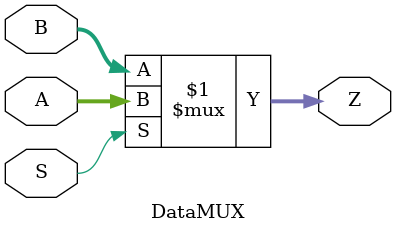
<source format=v>
module DataMUX(
input S,
input [31:0] A, B,
output [31:0] Z

);

assign Z = S ? A : B;

endmodule

</source>
